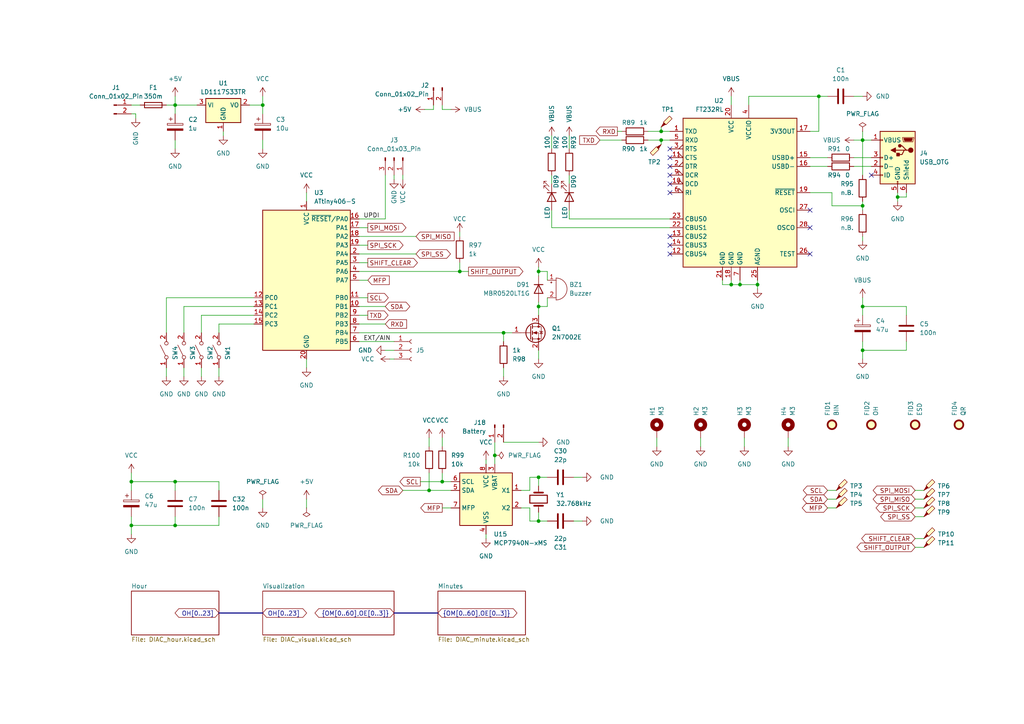
<source format=kicad_sch>
(kicad_sch (version 20230121) (generator eeschema)
  (paper "A4")
  (title_block (title "${acronym} - ${title}") (date "${date}") (rev "${revision}") (company "${company}") (comment 1 "${creator}") (comment 2 "${license}"))
  (junction (at 76.2 30.48))
  (junction (at 156.21 138.43))
  (junction (at 250.19 101.6))
  (junction (at 156.21 88.9))
  (junction (at 250.19 40.64))
  (junction (at 250.19 59.69))
  (junction (at 260.35 57.15))
  (junction (at 156.21 151.13))
  (junction (at 124.46 142.24))
  (junction (at 50.8 30.48))
  (junction (at 191.77 38.1))
  (junction (at 156.21 78.74))
  (junction (at 250.19 88.9))
  (junction (at 143.51 132.08))
  (junction (at 133.35 78.74))
  (junction (at 191.77 40.64))
  (junction (at 50.8 139.7))
  (junction (at 237.49 27.94))
  (junction (at 146.05 96.52))
  (junction (at 128.27 139.7))
  (junction (at 50.8 152.4))
  (junction (at 219.71 82.55))
  (junction (at 38.1 139.7))
  (junction (at 38.1 152.4))
  (junction (at 214.63 82.55))
  (junction (at 212.09 82.55))
  (no_connect (at 194.31 71.12))
  (no_connect (at 194.31 68.58))
  (no_connect (at 234.95 66.04))
  (no_connect (at 194.31 53.34))
  (no_connect (at 194.31 55.88))
  (no_connect (at 194.31 43.18))
  (no_connect (at 194.31 48.26))
  (no_connect (at 194.31 45.72))
  (no_connect (at 234.95 73.66))
  (no_connect (at 234.95 60.96))
  (no_connect (at 194.31 73.66))
  (no_connect (at 252.73 50.8))
  (no_connect (at 194.31 50.8))
  (wire (pts (xy 63.5 106.68) (xy 63.5 109.22)))
  (wire (pts (xy 133.35 78.74) (xy 135.89 78.74)))
  (wire (pts (xy 124.46 127) (xy 124.46 129.54)))
  (wire (pts (xy 156.21 77.47) (xy 156.21 78.74)))
  (wire (pts (xy 209.55 82.55) (xy 212.09 82.55)))
  (wire (pts (xy 240.03 142.24) (xy 242.57 142.24)))
  (wire (pts (xy 38.1 30.48) (xy 40.64 30.48)))
  (wire (pts (xy 128.27 127) (xy 128.27 129.54)))
  (wire (pts (xy 234.95 38.1) (xy 237.49 38.1)))
  (wire (pts (xy 146.05 128.27) (xy 156.21 128.27)))
  (wire (pts (xy 265.43 142.24) (xy 267.97 142.24)))
  (bus (pts (xy 114.3 177.8) (xy 127 177.8)))
  (wire (pts (xy 237.49 27.94) (xy 217.17 27.94)))
  (wire (pts (xy 250.19 101.6) (xy 250.19 99.06)))
  (wire (pts (xy 187.96 40.64) (xy 191.77 40.64)))
  (wire (pts (xy 38.1 137.16) (xy 38.1 139.7)))
  (wire (pts (xy 165.1 53.34) (xy 165.1 50.8)))
  (wire (pts (xy 38.1 149.86) (xy 38.1 152.4)))
  (wire (pts (xy 125.73 30.48) (xy 125.73 31.75)))
  (wire (pts (xy 250.19 40.64) (xy 252.73 40.64)))
  (wire (pts (xy 128.27 30.48) (xy 128.27 31.75)))
  (wire (pts (xy 104.14 93.98) (xy 111.76 93.98)))
  (wire (pts (xy 247.65 45.72) (xy 252.73 45.72)))
  (wire (pts (xy 53.34 106.68) (xy 53.34 109.22)))
  (wire (pts (xy 250.19 86.36) (xy 250.19 88.9)))
  (wire (pts (xy 151.13 147.32) (xy 153.67 147.32)))
  (wire (pts (xy 88.9 55.88) (xy 88.9 58.42)))
  (wire (pts (xy 212.09 27.94) (xy 212.09 30.48)))
  (wire (pts (xy 50.8 30.48) (xy 57.15 30.48)))
  (wire (pts (xy 191.77 38.1) (xy 194.31 38.1)))
  (wire (pts (xy 156.21 138.43) (xy 158.75 138.43)))
  (wire (pts (xy 165.1 43.18) (xy 165.1 39.37)))
  (wire (pts (xy 234.95 55.88) (xy 241.3 55.88)))
  (wire (pts (xy 212.09 82.55) (xy 214.63 82.55)))
  (wire (pts (xy 240.03 27.94) (xy 237.49 27.94)))
  (wire (pts (xy 73.66 91.44) (xy 58.42 91.44)))
  (wire (pts (xy 260.35 55.88) (xy 260.35 57.15)))
  (wire (pts (xy 250.19 88.9) (xy 250.19 91.44)))
  (wire (pts (xy 111.76 50.8) (xy 111.76 63.5)))
  (wire (pts (xy 76.2 144.78) (xy 76.2 147.32)))
  (wire (pts (xy 179.07 38.1) (xy 180.34 38.1)))
  (wire (pts (xy 203.2 127) (xy 203.2 129.54)))
  (wire (pts (xy 38.1 152.4) (xy 50.8 152.4)))
  (wire (pts (xy 104.14 73.66) (xy 120.65 73.66)))
  (wire (pts (xy 140.97 133.35) (xy 140.97 134.62)))
  (wire (pts (xy 158.75 78.74) (xy 156.21 78.74)))
  (wire (pts (xy 128.27 139.7) (xy 130.81 139.7)))
  (wire (pts (xy 123.19 31.75) (xy 125.73 31.75)))
  (wire (pts (xy 76.2 27.94) (xy 76.2 30.48)))
  (wire (pts (xy 116.84 142.24) (xy 124.46 142.24)))
  (wire (pts (xy 73.66 86.36) (xy 48.26 86.36)))
  (wire (pts (xy 88.9 144.78) (xy 88.9 147.32)))
  (wire (pts (xy 250.19 101.6) (xy 250.19 104.14)))
  (wire (pts (xy 111.76 101.6) (xy 114.3 101.6)))
  (wire (pts (xy 116.84 50.8) (xy 116.84 52.07)))
  (wire (pts (xy 156.21 88.9) (xy 156.21 91.44)))
  (wire (pts (xy 265.43 158.75) (xy 267.97 158.75)))
  (wire (pts (xy 250.19 38.1) (xy 250.19 40.64)))
  (wire (pts (xy 234.95 48.26) (xy 240.03 48.26)))
  (wire (pts (xy 214.63 82.55) (xy 219.71 82.55)))
  (wire (pts (xy 219.71 82.55) (xy 219.71 83.82)))
  (wire (pts (xy 114.3 50.8) (xy 114.3 52.07)))
  (wire (pts (xy 58.42 106.68) (xy 58.42 109.22)))
  (wire (pts (xy 64.77 38.1) (xy 64.77 39.37)))
  (wire (pts (xy 156.21 78.74) (xy 156.21 80.01)))
  (wire (pts (xy 241.3 55.88) (xy 241.3 59.69)))
  (wire (pts (xy 250.19 27.94) (xy 247.65 27.94)))
  (wire (pts (xy 104.14 91.44) (xy 106.68 91.44)))
  (wire (pts (xy 39.37 34.29) (xy 39.37 33.02)))
  (wire (pts (xy 237.49 38.1) (xy 237.49 27.94)))
  (wire (pts (xy 209.55 81.28) (xy 209.55 82.55)))
  (wire (pts (xy 190.5 127) (xy 190.5 129.54)))
  (wire (pts (xy 104.14 71.12) (xy 106.68 71.12)))
  (wire (pts (xy 76.2 40.64) (xy 76.2 43.18)))
  (wire (pts (xy 73.66 88.9) (xy 53.34 88.9)))
  (wire (pts (xy 143.51 132.08) (xy 143.51 134.62)))
  (wire (pts (xy 191.77 40.64) (xy 194.31 40.64)))
  (wire (pts (xy 38.1 139.7) (xy 50.8 139.7)))
  (wire (pts (xy 262.89 88.9) (xy 250.19 88.9)))
  (wire (pts (xy 104.14 99.06) (xy 114.3 99.06)))
  (wire (pts (xy 247.65 48.26) (xy 252.73 48.26)))
  (wire (pts (xy 247.65 40.64) (xy 250.19 40.64)))
  (wire (pts (xy 250.19 68.58) (xy 250.19 69.85)))
  (wire (pts (xy 156.21 151.13) (xy 158.75 151.13)))
  (wire (pts (xy 38.1 142.24) (xy 38.1 139.7)))
  (wire (pts (xy 63.5 93.98) (xy 73.66 93.98)))
  (wire (pts (xy 104.14 81.28) (xy 106.68 81.28)))
  (wire (pts (xy 265.43 144.78) (xy 267.97 144.78)))
  (wire (pts (xy 146.05 96.52) (xy 146.05 99.06)))
  (wire (pts (xy 160.02 66.04) (xy 160.02 60.96)))
  (wire (pts (xy 160.02 43.18) (xy 160.02 39.37)))
  (wire (pts (xy 50.8 27.94) (xy 50.8 30.48)))
  (wire (pts (xy 72.39 30.48) (xy 76.2 30.48)))
  (wire (pts (xy 194.31 66.04) (xy 160.02 66.04)))
  (wire (pts (xy 228.6 127) (xy 228.6 129.54)))
  (wire (pts (xy 156.21 138.43) (xy 156.21 140.97)))
  (wire (pts (xy 113.03 104.14) (xy 114.3 104.14)))
  (wire (pts (xy 48.26 86.36) (xy 48.26 96.52)))
  (wire (pts (xy 104.14 63.5) (xy 111.76 63.5)))
  (wire (pts (xy 260.35 57.15) (xy 262.89 57.15)))
  (wire (pts (xy 153.67 138.43) (xy 153.67 142.24)))
  (wire (pts (xy 146.05 96.52) (xy 148.59 96.52)))
  (wire (pts (xy 158.75 78.74) (xy 158.75 81.28)))
  (wire (pts (xy 265.43 149.86) (xy 267.97 149.86)))
  (wire (pts (xy 50.8 40.64) (xy 50.8 43.18)))
  (wire (pts (xy 50.8 149.86) (xy 50.8 152.4)))
  (wire (pts (xy 63.5 149.86) (xy 63.5 152.4)))
  (wire (pts (xy 265.43 156.21) (xy 267.97 156.21)))
  (wire (pts (xy 214.63 81.28) (xy 214.63 82.55)))
  (wire (pts (xy 240.03 147.32) (xy 242.57 147.32)))
  (wire (pts (xy 128.27 147.32) (xy 130.81 147.32)))
  (wire (pts (xy 260.35 57.15) (xy 260.35 58.42)))
  (wire (pts (xy 58.42 91.44) (xy 58.42 96.52)))
  (wire (pts (xy 130.81 31.75) (xy 128.27 31.75)))
  (wire (pts (xy 166.37 151.13) (xy 168.91 151.13)))
  (wire (pts (xy 187.96 38.1) (xy 191.77 38.1)))
  (wire (pts (xy 50.8 139.7) (xy 63.5 139.7)))
  (wire (pts (xy 38.1 152.4) (xy 38.1 154.94)))
  (wire (pts (xy 104.14 88.9) (xy 111.76 88.9)))
  (wire (pts (xy 250.19 59.69) (xy 250.19 60.96)))
  (wire (pts (xy 104.14 66.04) (xy 106.68 66.04)))
  (wire (pts (xy 63.5 96.52) (xy 63.5 93.98)))
  (wire (pts (xy 156.21 148.59) (xy 156.21 151.13)))
  (wire (pts (xy 50.8 139.7) (xy 50.8 142.24)))
  (wire (pts (xy 133.35 68.58) (xy 133.35 67.31)))
  (wire (pts (xy 219.71 81.28) (xy 219.71 82.55)))
  (wire (pts (xy 173.99 40.64) (xy 180.34 40.64)))
  (wire (pts (xy 165.1 60.96) (xy 165.1 63.5)))
  (wire (pts (xy 53.34 88.9) (xy 53.34 96.52)))
  (wire (pts (xy 76.2 30.48) (xy 76.2 33.02)))
  (wire (pts (xy 166.37 138.43) (xy 168.91 138.43)))
  (wire (pts (xy 153.67 147.32) (xy 153.67 151.13)))
  (wire (pts (xy 215.9 127) (xy 215.9 129.54)))
  (wire (pts (xy 217.17 27.94) (xy 217.17 30.48)))
  (wire (pts (xy 160.02 53.34) (xy 160.02 50.8)))
  (wire (pts (xy 128.27 137.16) (xy 128.27 139.7)))
  (wire (pts (xy 262.89 91.44) (xy 262.89 88.9)))
  (wire (pts (xy 88.9 104.14) (xy 88.9 106.68)))
  (wire (pts (xy 265.43 147.32) (xy 267.97 147.32)))
  (wire (pts (xy 153.67 138.43) (xy 156.21 138.43)))
  (wire (pts (xy 48.26 30.48) (xy 50.8 30.48)))
  (wire (pts (xy 156.21 101.6) (xy 156.21 104.14)))
  (wire (pts (xy 104.14 96.52) (xy 146.05 96.52)))
  (wire (pts (xy 124.46 137.16) (xy 124.46 142.24)))
  (wire (pts (xy 212.09 81.28) (xy 212.09 82.55)))
  (wire (pts (xy 234.95 45.72) (xy 240.03 45.72)))
  (wire (pts (xy 143.51 128.27) (xy 143.51 132.08)))
  (wire (pts (xy 124.46 142.24) (xy 130.81 142.24)))
  (wire (pts (xy 240.03 144.78) (xy 242.57 144.78)))
  (wire (pts (xy 133.35 76.2) (xy 133.35 78.74)))
  (wire (pts (xy 104.14 78.74) (xy 133.35 78.74)))
  (wire (pts (xy 194.31 63.5) (xy 165.1 63.5)))
  (wire (pts (xy 250.19 58.42) (xy 250.19 59.69)))
  (wire (pts (xy 63.5 139.7) (xy 63.5 142.24)))
  (wire (pts (xy 262.89 99.06) (xy 262.89 101.6)))
  (wire (pts (xy 156.21 88.9) (xy 156.21 87.63)))
  (wire (pts (xy 48.26 106.68) (xy 48.26 109.22)))
  (wire (pts (xy 191.77 41.91) (xy 191.77 40.64)))
  (wire (pts (xy 39.37 33.02) (xy 38.1 33.02)))
  (wire (pts (xy 140.97 154.94) (xy 140.97 156.21)))
  (wire (pts (xy 158.75 86.36) (xy 158.75 88.9)))
  (wire (pts (xy 262.89 101.6) (xy 250.19 101.6)))
  (wire (pts (xy 250.19 40.64) (xy 250.19 50.8)))
  (wire (pts (xy 158.75 88.9) (xy 156.21 88.9)))
  (wire (pts (xy 153.67 151.13) (xy 156.21 151.13)))
  (wire (pts (xy 104.14 76.2) (xy 106.68 76.2)))
  (wire (pts (xy 104.14 86.36) (xy 106.68 86.36)))
  (wire (pts (xy 191.77 36.83) (xy 191.77 38.1)))
  (wire (pts (xy 50.8 30.48) (xy 50.8 33.02)))
  (wire (pts (xy 241.3 59.69) (xy 250.19 59.69)))
  (wire (pts (xy 50.8 152.4) (xy 63.5 152.4)))
  (wire (pts (xy 151.13 142.24) (xy 153.67 142.24)))
  (wire (pts (xy 146.05 106.68) (xy 146.05 109.22)))
  (wire (pts (xy 262.89 55.88) (xy 262.89 57.15)))
  (wire (pts (xy 104.14 68.58) (xy 120.65 68.58)))
  (bus (pts (xy 63.5 177.8) (xy 76.2 177.8)))
  (wire (pts (xy 121.92 139.7) (xy 128.27 139.7)))
  (label "EXT{slash}AIN" (at 105.41 99.06 0))
  (label "UPDI" (at 105.41 63.5 0))
  (global_label "SPI_MOSI" (shape bidirectional) (at 265.43 142.24 180) (property "Intersheetrefs" "${INTERSHEET_REFS}" (effects hide)))
  (global_label "TXD" (shape input) (at 173.99 40.64 180) (property "Intersheetrefs" "${INTERSHEET_REFS}" (effects hide)))
  (global_label "TXD" (shape output) (at 106.68 91.44 0) (property "Intersheetrefs" "${INTERSHEET_REFS}" (effects hide)))
  (global_label "SDA" (shape bidirectional) (at 111.76 88.9 0) (property "Intersheetrefs" "${INTERSHEET_REFS}" (effects hide)))
  (global_label "OH[0..23]" (shape bidirectional) (at 76.2 177.8 0) (property "Intersheetrefs" "${INTERSHEET_REFS}" (effects hide)))
  (global_label "SPI_SCK" (shape bidirectional) (at 265.43 147.32 180) (property "Intersheetrefs" "${INTERSHEET_REFS}" (effects hide)))
  (global_label "SPI_SCK" (shape output) (at 106.68 71.12 0) (property "Intersheetrefs" "${INTERSHEET_REFS}" (effects hide)))
  (global_label "RXD" (shape output) (at 179.07 38.1 180) (property "Intersheetrefs" "${INTERSHEET_REFS}" (effects hide)))
  (global_label "{OM[0..60],OE[0..3]}" (shape bidirectional) (at 127 177.8 0) (property "Intersheetrefs" "${INTERSHEET_REFS}" (effects hide)))
  (global_label "MFP" (shape input) (at 106.68 81.28 0) (property "Intersheetrefs" "${INTERSHEET_REFS}" (effects hide)))
  (global_label "SPI_MISO" (shape bidirectional) (at 265.43 144.78 180) (property "Intersheetrefs" "${INTERSHEET_REFS}" (effects hide)))
  (global_label "{OM[0..60],OE[0..3]}" (shape bidirectional) (at 114.3 177.8 180) (property "Intersheetrefs" "${INTERSHEET_REFS}" (effects hide)))
  (global_label "SCL" (shape output) (at 106.68 86.36 0) (property "Intersheetrefs" "${INTERSHEET_REFS}" (effects hide)))
  (global_label "MFP" (shape bidirectional) (at 240.03 147.32 180) (property "Intersheetrefs" "${INTERSHEET_REFS}" (effects hide)))
  (global_label "SDA" (shape bidirectional) (at 240.03 144.78 180) (property "Intersheetrefs" "${INTERSHEET_REFS}" (effects hide)))
  (global_label "SHIFT_OUTPUT" (shape output) (at 135.89 78.74 0) (property "Intersheetrefs" "${INTERSHEET_REFS}" (effects hide)))
  (global_label "SHIFT_CLEAR" (shape output) (at 106.68 76.2 0) (property "Intersheetrefs" "${INTERSHEET_REFS}" (effects hide)))
  (global_label "RXD" (shape input) (at 111.76 93.98 0) (property "Intersheetrefs" "${INTERSHEET_REFS}" (effects hide)))
  (global_label "OH[0..23]" (shape bidirectional) (at 63.5 177.8 180) (property "Intersheetrefs" "${INTERSHEET_REFS}" (effects hide)))
  (global_label "SCL" (shape output) (at 121.92 139.7 180) (property "Intersheetrefs" "${INTERSHEET_REFS}" (effects hide)))
  (global_label "SDA" (shape bidirectional) (at 116.84 142.24 180) (property "Intersheetrefs" "${INTERSHEET_REFS}" (effects hide)))
  (global_label "SCL" (shape bidirectional) (at 240.03 142.24 180) (property "Intersheetrefs" "${INTERSHEET_REFS}" (effects hide)))
  (global_label "SPI_SS" (shape bidirectional) (at 120.65 73.66 0) (property "Intersheetrefs" "${INTERSHEET_REFS}" (effects hide)))
  (global_label "SHIFT_OUTPUT" (shape bidirectional) (at 265.43 158.75 180) (property "Intersheetrefs" "${INTERSHEET_REFS}" (effects hide)))
  (global_label "SHIFT_CLEAR" (shape bidirectional) (at 265.43 156.21 180) (property "Intersheetrefs" "${INTERSHEET_REFS}" (effects hide)))
  (global_label "MFP" (shape output) (at 128.27 147.32 180) (property "Intersheetrefs" "${INTERSHEET_REFS}" (effects hide)))
  (global_label "SPI_MISO" (shape input) (at 120.65 68.58 0) (property "Intersheetrefs" "${INTERSHEET_REFS}" (effects hide)))
  (global_label "SPI_SS" (shape bidirectional) (at 265.43 149.86 180) (property "Intersheetrefs" "${INTERSHEET_REFS}" (effects hide)))
  (global_label "SPI_MOSI" (shape output) (at 106.68 66.04 0) (property "Intersheetrefs" "${INTERSHEET_REFS}" (effects hide)))
  (symbol (lib_id "power:VCC") (at 116.84 52.07 180) (unit 1)
    (property "Reference" "#PWR0103" (effects hide))
    (property "Value" "VCC" (at 116.84 57.15 90))
  )
  (symbol (lib_id "Device:C_Polarized") (at 250.19 95.25 0) (unit 1)
    (property "Reference" "C4" (at 254 93.091 0) (effects (justify left)))
    (property "Value" "47u" (at 254 95.631 0) (effects (justify left)))
    (property "Footprint" "Capacitor_Tantalum_SMD:CP_EIA-6032-15_Kemet-U" (effects hide))
    (property "Vendor" "HTL" (effects hide))
    (property "VendorId" "102856" (effects hide))
  )
  (symbol (lib_id "Device:C") (at 63.5 146.05 0) (mirror y) (unit 1)
    (property "Reference" "C32" (at 67.31 144.78 0) (effects (justify right)))
    (property "Value" "100n" (at 67.31 147.32 0) (effects (justify right)))
    (property "Footprint" "Capacitor_SMD:C_0603_1608Metric" (effects hide))
    (property "Vendor" "HTL" (effects hide))
    (property "VendorId" "103250" (effects hide))
  )
  (symbol (lib_id "Connector:USB_OTG") (at 260.35 45.72 0) (mirror y) (unit 1)
    (property "Reference" "J4" (at 266.7 44.45 0) (effects (justify right)))
    (property "Value" "USB_OTG" (at 266.7 46.99 0) (effects (justify right)))
    (property "Footprint" "Connector_USB:USB_Mini-B_Tensility_54-00023_Vertical" (effects hide))
    (property "Datasheet" " ~" (effects hide))
    (property "Vendor" "DigiKey" (effects hide))
    (property "VendorId" "54-00023-ND" (effects hide))
  )
  (symbol (lib_id "power:GND") (at 76.2 147.32 0) (unit 1)
    (property "Reference" "#PWR0125" (effects hide))
    (property "Value" "GND" (at 76.2 152.4 0))
  )
  (symbol (lib_id "power:PWR_FLAG") (at 76.2 144.78 0) (unit 1)
    (property "Reference" "#FLG02" (effects hide))
    (property "Value" "PWR_FLAG" (at 76.2 139.7 0))
  )
  (symbol (lib_id "Device:Buzzer") (at 161.29 83.82 0) (unit 1)
    (property "Reference" "BZ1" (at 165.1 82.55 0) (effects (justify left)))
    (property "Value" "Buzzer" (at 165.1 85.09 0) (effects (justify left)))
    (property "Footprint" "Buzzer_Beeper:MagneticBuzzer_ProSignal_ABT-410-RC" (effects hide))
    (property "Vendor" "DigiKey" (effects hide))
    (property "VendorId" "668-1468-ND" (effects hide))
  )
  (symbol (lib_id "Connector:TestPoint_Probe") (at 191.77 36.83 0) (unit 1)
    (property "Reference" "TP1" (at 195.58 31.75 0) (effects (justify right)))
    (property "Value" "TestPoint_Probe" (effects hide))
    (property "Footprint" "TestPoint:TestPoint_Pad_D1.0mm" (effects hide))
  )
  (symbol (lib_id "power:GND") (at 111.76 101.6 270) (unit 1)
    (property "Reference" "#PWR0111" (effects hide))
    (property "Value" "GND" (at 107.95 101.6 90) (effects (justify right)))
  )
  (symbol (lib_id "Device:C") (at 243.84 27.94 90) (mirror x) (unit 1)
    (property "Reference" "C1" (at 243.84 20.32 90))
    (property "Value" "100n" (at 243.84 22.86 90))
    (property "Footprint" "Capacitor_SMD:C_0603_1608Metric" (effects hide))
    (property "Vendor" "HTL" (effects hide))
    (property "VendorId" "103250" (effects hide))
  )
  (symbol (lib_id "Mechanical:Fiducial") (at 278.13 123.19 0) (unit 1)
    (property "Reference" "FID4" (at 276.86 120.65 90) (effects (justify left)))
    (property "Value" "QR" (at 279.4 120.65 90) (effects (justify left)))
    (property "Footprint" "Images:QR_0x007e" (effects hide))
  )
  (symbol (lib_id "MCU_Microchip_ATtiny:ATtiny406-S") (at 88.9 81.28 0) (unit 1)
    (property "Reference" "U3" (at 91.0941 55.88 0) (effects (justify left)))
    (property "Value" "ATtiny406-S" (at 91.0941 58.42 0) (effects (justify left)))
    (property "Footprint" "Package_SO:SOIC-20W_7.5x12.8mm_P1.27mm" (effects hide))
    (property "Datasheet" "http://ww1.microchip.com/downloads/en/DeviceDoc/Microchip%208bit%20mcu%20AVR%20ATtiny406%20data%20sheet%2040001976A.pdf" (effects hide))
    (property "Vendor" "DigiKey" (effects hide))
    (property "VendorId" "ATTINY1606-SN-ND" (effects hide))
  )
  (symbol (lib_id "power:GND") (at 168.91 138.43 90) (unit 1)
    (property "Reference" "#PWR0161" (effects hide))
    (property "Value" "GND" (at 173.99 138.43 90) (effects (justify right)))
  )
  (symbol (lib_id "power:GND") (at 38.1 154.94 0) (unit 1)
    (property "Reference" "#PWR0126" (effects hide))
    (property "Value" "GND" (at 38.1 160.02 0))
  )
  (symbol (lib_id "Connector:TestPoint_Probe") (at 267.97 144.78 0) (unit 1)
    (property "Reference" "TP7" (at 275.59 143.51 0) (effects (justify right)))
    (property "Value" "TestPoint_Probe" (effects hide))
    (property "Footprint" "TestPoint:TestPoint_Pad_D1.0mm" (effects hide))
  )
  (symbol (lib_id "Connector:TestPoint_Probe") (at 267.97 142.24 0) (unit 1)
    (property "Reference" "TP6" (at 275.59 140.97 0) (effects (justify right)))
    (property "Value" "TestPoint_Probe" (effects hide))
    (property "Footprint" "TestPoint:TestPoint_Pad_D1.0mm" (effects hide))
  )
  (symbol (lib_id "power:VBUS") (at 130.81 31.75 270) (unit 1)
    (property "Reference" "#PWR094" (effects hide))
    (property "Value" "VBUS" (at 134.62 31.75 90) (effects (justify left)))
  )
  (symbol (lib_id "power:GND") (at 64.77 39.37 0) (unit 1)
    (property "Reference" "#PWR096" (effects hide))
    (property "Value" "GND" (at 64.77 44.45 0))
  )
  (symbol (lib_id "power:GND") (at 88.9 106.68 0) (unit 1)
    (property "Reference" "#PWR0114" (effects hide))
    (property "Value" "GND" (at 88.9 111.76 0))
  )
  (symbol (lib_id "power:GND") (at 190.5 129.54 0) (unit 1)
    (property "Reference" "#PWR0121" (effects hide))
    (property "Value" "GND" (at 190.5 134.62 0))
  )
  (symbol (lib_id "Switch:SW_SPST") (at 48.26 101.6 90) (unit 1)
    (property "Reference" "SW4" (at 50.8 100.33 0) (effects (justify right)))
    (property "Value" "SW_SPST" (effects hide))
    (property "Footprint" "Button_Switch_SMD:SW_SPST_PTS645" (effects hide))
    (property "Vendor" "DigiKey" (effects hide))
    (property "VendorId" "PTS647SM70SMTR2LFSCT-ND" (effects hide))
  )
  (symbol (lib_id "Device:R") (at 250.19 64.77 0) (mirror x) (unit 1)
    (property "Reference" "R96" (at 247.65 63.5 0) (effects (justify right)))
    (property "Value" "n.B." (at 247.65 66.04 0) (effects (justify right)))
    (property "Footprint" "Resistor_SMD:R_0603_1608Metric" (effects hide))
  )
  (symbol (lib_id "Interface_USB:FT232RL") (at 214.63 55.88 0) (mirror y) (unit 1)
    (property "Reference" "U2" (at 209.8959 29.21 0) (effects (justify left)))
    (property "Value" "FT232RL" (at 209.8959 31.75 0) (effects (justify left)))
    (property "Footprint" "Package_SO:SSOP-28_5.3x10.2mm_P0.65mm" (effects hide))
    (property "Datasheet" "https://www.ftdichip.com/Support/Documents/DataSheets/ICs/DS_FT232R.pdf" (effects hide))
    (property "Vendor" "RS" (effects hide))
    (property "VendorId" "406-580" (effects hide))
  )
  (symbol (lib_id "Transistor_FET:2N7002E") (at 153.67 96.52 0) (unit 1)
    (property "Reference" "Q1" (at 160.02 95.25 0) (effects (justify left)))
    (property "Value" "2N7002E" (at 160.02 97.79 0) (effects (justify left)))
    (property "Footprint" "Package_TO_SOT_SMD:SOT-23" (effects hide))
    (property "Datasheet" "http://www.diodes.com/assets/Datasheets/ds30376.pdf" (effects hide))
    (property "Vendor" "DigiKey" (effects hide))
    (property "VendorId" "4530-2N7002ECT-ND" (effects hide))
  )
  (symbol (lib_id "power:VBUS") (at 160.02 39.37 0) (unit 1)
    (property "Reference" "#PWR097" (effects hide))
    (property "Value" "VBUS" (at 160.02 33.02 90))
  )
  (symbol (lib_id "power:PWR_FLAG") (at 88.9 147.32 180) (unit 1)
    (property "Reference" "#FLG03" (effects hide))
    (property "Value" "PWR_FLAG" (at 88.9 152.4 0))
  )
  (symbol (lib_id "Connector:TestPoint_Probe") (at 242.57 147.32 0) (unit 1)
    (property "Reference" "TP5" (at 250.19 146.05 0) (effects (justify right)))
    (property "Value" "TestPoint_Probe" (effects hide))
    (property "Footprint" "TestPoint:TestPoint_Pad_D1.0mm" (effects hide))
  )
  (symbol (lib_id "power:VBUS") (at 247.65 40.64 90) (unit 1)
    (property "Reference" "#PWR099" (effects hide))
    (property "Value" "VBUS" (at 243.84 40.64 90) (effects (justify left)))
  )
  (symbol (lib_id "Device:C_Polarized") (at 50.8 36.83 0) (unit 1)
    (property "Reference" "C2" (at 54.61 34.671 0) (effects (justify left)))
    (property "Value" "1u" (at 54.61 37.211 0) (effects (justify left)))
    (property "Footprint" "Capacitor_Tantalum_SMD:CP_EIA-3528-21_Kemet-B" (effects hide))
    (property "Vendor" "HTL" (effects hide))
    (property "VendorId" "100139" (effects hide))
  )
  (symbol (lib_id "power:GND") (at 50.8 43.18 0) (unit 1)
    (property "Reference" "#PWR0100" (effects hide))
    (property "Value" "GND" (at 50.8 48.26 0))
  )
  (symbol (lib_id "power:VBUS") (at 212.09 27.94 0) (unit 1)
    (property "Reference" "#PWR091" (effects hide))
    (property "Value" "VBUS" (at 212.09 22.86 0))
  )
  (symbol (lib_id "Connector:Conn_01x03_Pin") (at 114.3 45.72 270) (unit 1)
    (property "Reference" "J3" (at 114.3 40.64 90))
    (property "Value" "Conn_01x03_Pin" (at 114.3 43.18 90))
    (property "Footprint" "Connector_PinHeader_2.54mm:PinHeader_1x03_P2.54mm_Vertical" (effects hide))
    (property "Vendor" "HTL" (effects hide))
    (property "VendorId" "101521" (effects hide))
  )
  (symbol (lib_id "Connector:TestPoint_Probe") (at 242.57 144.78 0) (unit 1)
    (property "Reference" "TP4" (at 250.19 143.51 0) (effects (justify right)))
    (property "Value" "TestPoint_Probe" (effects hide))
    (property "Footprint" "TestPoint:TestPoint_Pad_D1.0mm" (effects hide))
  )
  (symbol (lib_id "power:PWR_FLAG") (at 143.51 132.08 270) (unit 1)
    (property "Reference" "#FLG04" (effects hide))
    (property "Value" "PWR_FLAG" (at 147.32 132.08 90) (effects (justify left)))
  )
  (symbol (lib_id "power:VCC") (at 76.2 27.94 0) (unit 1)
    (property "Reference" "#PWR090" (effects hide))
    (property "Value" "VCC" (at 76.2 22.86 0))
  )
  (symbol (lib_id "power:GND") (at 250.19 104.14 0) (unit 1)
    (property "Reference" "#PWR0113" (effects hide))
    (property "Value" "GND" (at 250.19 109.22 0))
  )
  (symbol (lib_id "Device:Fuse") (at 44.45 30.48 90) (unit 1)
    (property "Reference" "F1" (at 44.45 25.4 90))
    (property "Value" "350m" (at 44.45 27.94 90))
    (property "Footprint" "Fuse:Fuse_1206_3216Metric_Pad1.42x1.75mm_HandSolder" (effects hide))
    (property "Vendor" "DigiKey" (effects hide))
    (property "VendorId" "507-1803-1-ND" (effects hide))
  )
  (symbol (lib_id "power:GND") (at 48.26 109.22 0) (unit 1)
    (property "Reference" "#PWR0116" (effects hide))
    (property "Value" "GND" (at 48.26 114.3 0))
  )
  (symbol (lib_id "Connector:Conn_01x02_Pin") (at 33.02 30.48 0) (unit 1)
    (property "Reference" "J1" (at 33.655 25.4 0))
    (property "Value" "Conn_01x02_Pin" (at 33.655 27.94 0))
    (property "Footprint" "Connector_PinHeader_2.54mm:PinHeader_1x02_P2.54mm_Vertical" (effects hide))
    (property "Vendor" "HTL" (effects hide))
    (property "VendorId" "101521" (effects hide))
  )
  (symbol (lib_id "Device:R") (at 160.02 46.99 180) (unit 1)
    (property "Reference" "R92" (at 161.29 39.37 90) (effects (justify left)))
    (property "Value" "100" (at 158.75 39.37 90) (effects (justify left)))
    (property "Footprint" "Resistor_SMD:R_0603_1608Metric" (effects hide))
    (property "Vendor" "HTL" (effects hide))
    (property "VendorId" "103164" (effects hide))
  )
  (symbol (lib_id "Connector:TestPoint_Probe") (at 242.57 142.24 0) (unit 1)
    (property "Reference" "TP3" (at 250.19 140.97 0) (effects (justify right)))
    (property "Value" "TestPoint_Probe" (effects hide))
    (property "Footprint" "TestPoint:TestPoint_Pad_D1.0mm" (effects hide))
  )
  (symbol (lib_id "power:+5V") (at 123.19 31.75 90) (unit 1)
    (property "Reference" "#PWR093" (effects hide))
    (property "Value" "+5V" (at 119.38 31.75 90) (effects (justify left)))
  )
  (symbol (lib_id "power:GND") (at 140.97 156.21 0) (unit 1)
    (property "Reference" "#PWR0163" (effects hide))
    (property "Value" "GND" (at 140.97 161.29 0))
  )
  (symbol (lib_id "Device:C") (at 262.89 95.25 0) (mirror y) (unit 1)
    (property "Reference" "C5" (at 266.7 93.98 0) (effects (justify right)))
    (property "Value" "100n" (at 266.7 96.52 0) (effects (justify right)))
    (property "Footprint" "Capacitor_SMD:C_1206_3216Metric" (effects hide))
    (property "Vendor" "HTL" (effects hide))
    (property "VendorId" "100128" (effects hide))
  )
  (symbol (lib_id "power:VBUS") (at 165.1 39.37 0) (unit 1)
    (property "Reference" "#PWR098" (effects hide))
    (property "Value" "VBUS" (at 165.1 33.02 90))
  )
  (symbol (lib_id "Device:R") (at 165.1 46.99 180) (unit 1)
    (property "Reference" "R93" (at 166.37 39.37 90) (effects (justify left)))
    (property "Value" "100" (at 163.83 39.37 90) (effects (justify left)))
    (property "Footprint" "Resistor_SMD:R_0603_1608Metric" (effects hide))
    (property "Vendor" "HTL" (effects hide))
    (property "VendorId" "103164" (effects hide))
  )
  (symbol (lib_id "power:GND") (at 168.91 151.13 90) (unit 1)
    (property "Reference" "#PWR0162" (effects hide))
    (property "Value" "GND" (at 173.99 151.13 90) (effects (justify right)))
  )
  (symbol (lib_id "Device:R") (at 128.27 133.35 180) (unit 1)
    (property "Reference" "R99" (at 130.81 132.08 0) (effects (justify right)))
    (property "Value" "10k" (at 130.81 134.62 0) (effects (justify right)))
    (property "Footprint" "Resistor_SMD:R_0603_1608Metric" (effects hide))
    (property "Vendor" "HTL" (effects hide))
    (property "VendorId" "103202" (effects hide))
  )
  (symbol (lib_id "Mechanical:MountingHole_Pad") (at 203.2 124.46 0) (unit 1)
    (property "Reference" "H2" (at 201.93 120.65 90) (effects (justify left)))
    (property "Value" "M3" (at 204.47 120.65 90) (effects (justify left)))
    (property "Footprint" "MountingHole:MountingHole_3.2mm_M3_DIN965_Pad" (effects hide))
    (property "Vendor" "HTL" (effects hide))
    (property "VendorId" "101034, 101382" (effects hide))
  )
  (symbol (lib_id "Device:D") (at 156.21 83.82 270) (unit 1)
    (property "Reference" "D91" (at 153.67 82.55 90) (effects (justify right)))
    (property "Value" "MBR0520LT1G" (at 153.67 85.09 90) (effects (justify right)))
    (property "Footprint" "Diode_SMD:D_SOD-123" (effects hide))
    (property "Sim.Device" "D" (effects hide))
    (property "Sim.Pins" "1=K 2=A" (effects hide))
    (property "Vendor" "DigiKey" (effects hide))
    (property "VendorId" "MBR0520LT1GOSCT-ND" (effects hide))
  )
  (symbol (lib_id "power:VCC") (at 140.97 133.35 0) (unit 1)
    (property "Reference" "#PWR0164" (effects hide))
    (property "Value" "VCC" (at 140.97 128.27 0))
  )
  (symbol (lib_id "power:VBUS") (at 250.19 86.36 0) (unit 1)
    (property "Reference" "#PWR0110" (effects hide))
    (property "Value" "VBUS" (at 250.19 81.28 0))
  )
  (symbol (lib_id "Device:C") (at 162.56 138.43 90) (mirror x) (unit 1)
    (property "Reference" "C30" (at 162.56 130.81 90))
    (property "Value" "22p" (at 162.56 133.35 90))
    (property "Footprint" "Capacitor_SMD:C_0603_1608Metric" (effects hide))
    (property "Vendor" "HTL" (effects hide))
    (property "VendorId" "103323" (effects hide))
  )
  (symbol (lib_id "Connector:Conn_01x02_Pin") (at 125.73 25.4 90) (mirror x) (unit 1)
    (property "Reference" "J2" (at 124.46 24.765 90) (effects (justify left)))
    (property "Value" "Conn_01x02_Pin" (at 124.46 27.305 90) (effects (justify left)))
    (property "Footprint" "Connector_PinHeader_2.54mm:PinHeader_1x02_P2.54mm_Vertical" (effects hide))
    (property "Vendor" "HTL" (effects hide))
    (property "VendorId" "101521" (effects hide))
  )
  (symbol (lib_id "power:GND") (at 156.21 104.14 0) (unit 1)
    (property "Reference" "#PWR0115" (effects hide))
    (property "Value" "GND" (at 156.21 109.22 0))
  )
  (symbol (lib_id "Device:Crystal") (at 156.21 144.78 90) (unit 1)
    (property "Reference" "Y1" (at 161.29 143.51 90) (effects (justify right)))
    (property "Value" "32.768kHz" (at 161.29 146.05 90) (effects (justify right)))
    (property "Footprint" "Crystal:Crystal_SMD_3215-2Pin_3.2x1.5mm" (effects hide))
    (property "Vendor" "DigiKey" (effects hide))
    (property "VendorId" "644-MU00525-32.768KCT-ND" (effects hide))
  )
  (symbol (lib_id "power:GND") (at 250.19 69.85 0) (unit 1)
    (property "Reference" "#PWR0107" (effects hide))
    (property "Value" "GND" (at 250.19 74.93 0))
  )
  (symbol (lib_id "Connector:Conn_01x03_Socket") (at 119.38 101.6 0) (unit 1)
    (property "Reference" "J5" (at 120.65 101.6 0) (effects (justify left)))
    (property "Value" "Conn_01x03_Socket" (effects hide))
    (property "Footprint" "Connector_PinSocket_2.54mm:PinSocket_1x03_P2.54mm_Vertical" (effects hide))
  )
  (symbol (lib_id "Device:R") (at 184.15 38.1 270) (mirror x) (unit 1)
    (property "Reference" "R89" (at 180.34 35.56 90) (effects (justify left)))
    (property "Value" "1k" (at 185.42 35.56 90) (effects (justify left)))
    (property "Footprint" "Resistor_SMD:R_0603_1608Metric" (effects hide))
    (property "Vendor" "HTL" (effects hide))
    (property "VendorId" "103178" (effects hide))
  )
  (symbol (lib_id "Mechanical:Fiducial") (at 241.3 123.19 0) (unit 1)
    (property "Reference" "FID1" (at 240.03 120.65 90) (effects (justify left)))
    (property "Value" "BIN" (at 242.57 120.65 90) (effects (justify left)))
    (property "Footprint" "Symbol:WEEE-Logo_4.2x6mm_SilkScreen" (effects hide))
  )
  (symbol (lib_id "Device:C_Polarized") (at 38.1 146.05 0) (unit 1)
    (property "Reference" "C6" (at 41.91 143.891 0) (effects (justify left)))
    (property "Value" "47u" (at 41.91 146.431 0) (effects (justify left)))
    (property "Footprint" "Capacitor_Tantalum_SMD:CP_EIA-6032-15_Kemet-U" (effects hide))
    (property "Vendor" "HTL" (effects hide))
    (property "VendorId" "102856" (effects hide))
  )
  (symbol (lib_id "Mechanical:Fiducial") (at 265.43 123.19 0) (unit 1)
    (property "Reference" "FID3" (at 264.16 120.65 90) (effects (justify left)))
    (property "Value" "ESD" (at 266.7 120.65 90) (effects (justify left)))
    (property "Footprint" "Symbol:ESD-Logo_6.6x6mm_SilkScreen" (effects hide))
  )
  (symbol (lib_id "Regulator_Linear:LD1117S33TR_SOT223") (at 64.77 30.48 0) (unit 1)
    (property "Reference" "U1" (at 64.77 24.13 0))
    (property "Value" "LD1117S33TR" (at 64.77 26.67 0))
    (property "Footprint" "Package_TO_SOT_SMD:TO-263-2" (effects hide))
    (property "Datasheet" "http://www.st.com/st-web-ui/static/active/en/resource/technical/document/datasheet/CD00000544.pdf" (effects hide))
    (property "Vendor" "DigiKey" (effects hide))
    (property "VendorId" "497-3455-1-ND" (effects hide))
  )
  (symbol (lib_id "Device:C") (at 50.8 146.05 0) (mirror y) (unit 1)
    (property "Reference" "C7" (at 54.61 144.78 0) (effects (justify right)))
    (property "Value" "100n" (at 54.61 147.32 0) (effects (justify right)))
    (property "Footprint" "Capacitor_SMD:C_1206_3216Metric" (effects hide))
    (property "Vendor" "HTL" (effects hide))
    (property "VendorId" "100128" (effects hide))
  )
  (symbol (lib_id "Mechanical:MountingHole_Pad") (at 190.5 124.46 0) (unit 1)
    (property "Reference" "H1" (at 189.23 120.65 90) (effects (justify left)))
    (property "Value" "M3" (at 191.77 120.65 90) (effects (justify left)))
    (property "Footprint" "MountingHole:MountingHole_3.2mm_M3_DIN965_Pad" (effects hide))
    (property "Vendor" "HTL" (effects hide))
    (property "VendorId" "101034, 101382" (effects hide))
  )
  (symbol (lib_id "power:GND") (at 58.42 109.22 0) (unit 1)
    (property "Reference" "#PWR0118" (effects hide))
    (property "Value" "GND" (at 58.42 114.3 0))
  )
  (symbol (lib_id "power:GND") (at 76.2 43.18 0) (unit 1)
    (property "Reference" "#PWR0101" (effects hide))
    (property "Value" "GND" (at 76.2 48.26 0))
  )
  (symbol (lib_id "power:+5V") (at 50.8 27.94 0) (unit 1)
    (property "Reference" "#PWR089" (effects hide))
    (property "Value" "+5V" (at 50.8 22.86 0))
  )
  (symbol (lib_id "Device:R") (at 124.46 133.35 0) (mirror x) (unit 1)
    (property "Reference" "R100" (at 121.92 132.08 0) (effects (justify right)))
    (property "Value" "10k" (at 121.92 134.62 0) (effects (justify right)))
    (property "Footprint" "Resistor_SMD:R_0603_1608Metric" (effects hide))
    (property "Vendor" "HTL" (effects hide))
    (property "VendorId" "103202" (effects hide))
  )
  (symbol (lib_id "Timer_RTC:MCP7940N-xMS") (at 140.97 144.78 0) (unit 1)
    (property "Reference" "U15" (at 143.1641 154.94 0) (effects (justify left)))
    (property "Value" "MCP7940N-xMS" (at 143.1641 157.48 0) (effects (justify left)))
    (property "Footprint" "Package_SO:SOIC-8_3.9x4.9mm_P1.27mm" (effects hide))
    (property "Datasheet" "http://ww1.microchip.com/downloads/en/DeviceDoc/20005010F.pdf" (effects hide))
    (property "Vendor" "DigiKey" (effects hide))
    (property "VendorId" "MCP7940NT-I/SNCT-ND" (effects hide))
  )
  (symbol (lib_id "Connector:TestPoint_Probe") (at 267.97 158.75 0) (unit 1)
    (property "Reference" "TP11" (at 276.86 157.48 0) (effects (justify right)))
    (property "Value" "TestPoint_Probe" (effects hide))
    (property "Footprint" "TestPoint:TestPoint_Pad_D1.0mm" (effects hide))
  )
  (symbol (lib_id "power:GND") (at 39.37 34.29 0) (unit 1)
    (property "Reference" "#PWR095" (effects hide))
    (property "Value" "GND" (at 39.37 38.1 90) (effects (justify right)))
  )
  (symbol (lib_id "power:GND") (at 219.71 83.82 0) (unit 1)
    (property "Reference" "#PWR0109" (effects hide))
    (property "Value" "GND" (at 219.71 88.9 0))
  )
  (symbol (lib_id "power:VCC") (at 124.46 127 0) (unit 1)
    (property "Reference" "#PWR0166" (effects hide))
    (property "Value" "VCC" (at 124.46 121.92 0))
  )
  (symbol (lib_id "power:GND") (at 250.19 27.94 90) (mirror x) (unit 1)
    (property "Reference" "#PWR092" (effects hide))
    (property "Value" "GND" (at 254 27.94 90) (effects (justify right)))
  )
  (symbol (lib_id "Device:R") (at 250.19 54.61 0) (mirror x) (unit 1)
    (property "Reference" "R95" (at 247.65 53.34 0) (effects (justify right)))
    (property "Value" "n.B." (at 247.65 55.88 0) (effects (justify right)))
    (property "Footprint" "Resistor_SMD:R_0603_1608Metric" (effects hide))
  )
  (symbol (lib_id "Connector:TestPoint_Probe") (at 267.97 149.86 0) (unit 1)
    (property "Reference" "TP9" (at 275.59 148.59 0) (effects (justify right)))
    (property "Value" "TestPoint_Probe" (effects hide))
    (property "Footprint" "TestPoint:TestPoint_Pad_D1.0mm" (effects hide))
  )
  (symbol (lib_id "power:GND") (at 228.6 129.54 0) (unit 1)
    (property "Reference" "#PWR0158" (effects hide))
    (property "Value" "GND" (at 228.6 134.62 0))
  )
  (symbol (lib_id "power:GND") (at 63.5 109.22 0) (unit 1)
    (property "Reference" "#PWR0119" (effects hide))
    (property "Value" "GND" (at 63.5 114.3 0))
  )
  (symbol (lib_id "Switch:SW_SPST") (at 53.34 101.6 90) (unit 1)
    (property "Reference" "SW3" (at 55.88 100.33 0) (effects (justify right)))
    (property "Value" "SW_SPST" (effects hide))
    (property "Footprint" "Button_Switch_SMD:SW_SPST_PTS645" (effects hide))
    (property "Vendor" "DigiKey" (effects hide))
    (property "VendorId" "PTS647SM70SMTR2LFSCT-ND" (effects hide))
  )
  (symbol (lib_id "power:GND") (at 53.34 109.22 0) (unit 1)
    (property "Reference" "#PWR0117" (effects hide))
    (property "Value" "GND" (at 53.34 114.3 0))
  )
  (symbol (lib_id "Mechanical:Fiducial") (at 252.73 123.19 0) (unit 1)
    (property "Reference" "FID2" (at 251.46 120.65 90) (effects (justify left)))
    (property "Value" "OH" (at 254 120.65 90) (effects (justify left)))
    (property "Footprint" "Symbol:OSHW-Logo2_7.3x6mm_SilkScreen" (effects hide))
  )
  (symbol (lib_id "Device:C") (at 162.56 151.13 90) (unit 1)
    (property "Reference" "C31" (at 162.56 158.75 90))
    (property "Value" "22p" (at 162.56 156.21 90))
    (property "Footprint" "Capacitor_SMD:C_0603_1608Metric" (effects hide))
    (property "Vendor" "HTL" (effects hide))
    (property "VendorId" "103323" (effects hide))
  )
  (symbol (lib_id "Device:R") (at 243.84 48.26 270) (unit 1)
    (property "Reference" "R94" (at 240.03 50.8 90) (effects (justify left)))
    (property "Value" "0" (at 245.11 50.8 90) (effects (justify left)))
    (property "Footprint" "Resistor_SMD:R_0603_1608Metric" (effects hide))
    (property "Vendor" "HTL" (effects hide))
    (property "VendorId" "103141" (effects hide))
  )
  (symbol (lib_id "Device:R") (at 184.15 40.64 270) (unit 1)
    (property "Reference" "R90" (at 180.34 43.18 90) (effects (justify left)))
    (property "Value" "1k" (at 185.42 43.18 90) (effects (justify left)))
    (property "Footprint" "Resistor_SMD:R_0603_1608Metric" (effects hide))
    (property "Vendor" "HTL" (effects hide))
    (property "VendorId" "103178" (effects hide))
  )
  (symbol (lib_id "Mechanical:MountingHole_Pad") (at 228.6 124.46 0) (unit 1)
    (property "Reference" "H4" (at 227.33 120.65 90) (effects (justify left)))
    (property "Value" "M3" (at 229.87 120.65 90) (effects (justify left)))
    (property "Footprint" "MountingHole:MountingHole_3.2mm_M3_DIN965_Pad" (effects hide))
    (property "Vendor" "HTL" (effects hide))
    (property "VendorId" "101017" (effects hide))
  )
  (symbol (lib_id "power:+5V") (at 88.9 144.78 0) (unit 1)
    (property "Reference" "#PWR0124" (effects hide))
    (property "Value" "+5V" (at 88.9 139.7 0))
  )
  (symbol (lib_id "power:GND") (at 156.21 128.27 90) (unit 1)
    (property "Reference" "#PWR0167" (effects hide))
    (property "Value" "GND" (at 161.29 128.27 90) (effects (justify right)))
  )
  (symbol (lib_id "power:GND") (at 114.3 52.07 0) (mirror y) (unit 1)
    (property "Reference" "#PWR0102" (effects hide))
    (property "Value" "GND" (at 114.3 57.15 90))
  )
  (symbol (lib_id "Device:LED") (at 160.02 57.15 270) (unit 1)
    (property "Reference" "D89" (at 161.29 54.61 0) (effects (justify right)))
    (property "Value" "LED" (at 158.75 63.5 0) (effects (justify right)))
    (property "Footprint" "LED_SMD:LED_0603_1608Metric" (effects hide))
    (property "Vendor" "DigiKey" (effects hide))
    (property "VendorId" "160-1830-1-ND, 160-1828-1-ND, 4 x 160-1827-1-ND" (effects hide))
  )
  (symbol (lib_id "Device:C_Polarized") (at 76.2 36.83 0) (unit 1)
    (property "Reference" "C3" (at 80.01 34.671 0) (effects (justify left)))
    (property "Value" "10u" (at 80.01 37.211 0) (effects (justify left)))
    (property "Footprint" "Capacitor_Tantalum_SMD:CP_EIA-6032-28_Kemet-C" (effects hide))
    (property "Vendor" "HTL" (effects hide))
    (property "VendorId" "100140" (effects hide))
  )
  (symbol (lib_id "power:GND") (at 260.35 58.42 0) (unit 1)
    (property "Reference" "#PWR0105" (effects hide))
    (property "Value" "GND" (at 260.35 63.5 0))
  )
  (symbol (lib_id "Device:R") (at 133.35 72.39 180) (unit 1)
    (property "Reference" "R97" (at 135.89 71.12 0) (effects (justify right)))
    (property "Value" "1k" (at 135.89 73.66 0) (effects (justify right)))
    (property "Footprint" "Resistor_SMD:R_1206_3216Metric" (effects hide))
    (property "Vendor" "HTL" (effects hide))
    (property "VendorId" "102951" (effects hide))
  )
  (symbol (lib_id "Device:R") (at 146.05 102.87 0) (mirror x) (unit 1)
    (property "Reference" "R98" (at 148.59 104.14 0) (effects (justify left)))
    (property "Value" "1k" (at 148.59 101.6 0) (effects (justify left)))
    (property "Footprint" "Resistor_SMD:R_1206_3216Metric" (effects hide))
    (property "Vendor" "HTL" (effects hide))
    (property "VendorId" "102951" (effects hide))
  )
  (symbol (lib_id "Device:R") (at 243.84 45.72 270) (mirror x) (unit 1)
    (property "Reference" "R91" (at 240.03 43.18 90) (effects (justify left)))
    (property "Value" "0" (at 245.11 43.18 90) (effects (justify left)))
    (property "Footprint" "Resistor_SMD:R_0603_1608Metric" (effects hide))
    (property "Vendor" "HTL" (effects hide))
    (property "VendorId" "103141" (effects hide))
  )
  (symbol (lib_id "power:GND") (at 146.05 109.22 0) (unit 1)
    (property "Reference" "#PWR0120" (effects hide))
    (property "Value" "GND" (at 146.05 114.3 0))
  )
  (symbol (lib_id "Connector:TestPoint_Probe") (at 267.97 147.32 0) (unit 1)
    (property "Reference" "TP8" (at 275.59 146.05 0) (effects (justify right)))
    (property "Value" "TestPoint_Probe" (effects hide))
    (property "Footprint" "TestPoint:TestPoint_Pad_D1.0mm" (effects hide))
  )
  (symbol (lib_id "power:VCC") (at 38.1 137.16 0) (unit 1)
    (property "Reference" "#PWR0123" (effects hide))
    (property "Value" "VCC" (at 38.1 132.08 0))
  )
  (symbol (lib_id "Switch:SW_SPST") (at 58.42 101.6 90) (unit 1)
    (property "Reference" "SW2" (at 60.96 100.33 0) (effects (justify right)))
    (property "Value" "SW_SPST" (effects hide))
    (property "Footprint" "Button_Switch_SMD:SW_SPST_PTS645" (effects hide))
    (property "Vendor" "DigiKey" (effects hide))
    (property "VendorId" "PTS647SM70SMTR2LFSCT-ND" (effects hide))
  )
  (symbol (lib_id "power:VCC") (at 88.9 55.88 0) (unit 1)
    (property "Reference" "#PWR0104" (effects hide))
    (property "Value" "VCC" (at 88.9 50.8 0))
  )
  (symbol (lib_id "Connector:TestPoint_Probe") (at 191.77 41.91 180) (unit 1)
    (property "Reference" "TP2" (at 187.96 46.99 0) (effects (justify right)))
    (property "Value" "TestPoint_Probe" (effects hide))
    (property "Footprint" "TestPoint:TestPoint_Pad_D1.0mm" (effects hide))
  )
  (symbol (lib_id "power:VCC") (at 156.21 77.47 0) (unit 1)
    (property "Reference" "#PWR0108" (effects hide))
    (property "Value" "VCC" (at 156.21 72.39 0))
  )
  (symbol (lib_id "power:PWR_FLAG") (at 250.19 38.1 0) (unit 1)
    (property "Reference" "#FLG01" (effects hide))
    (property "Value" "PWR_FLAG" (at 250.19 33.02 0))
  )
  (symbol (lib_id "Connector:Conn_01x02_Pin") (at 143.51 123.19 90) (mirror x) (unit 1)
    (property "Reference" "J18" (at 140.97 122.555 90) (effects (justify left)))
    (property "Value" "Battery" (at 140.97 125.095 90) (effects (justify left)))
    (property "Footprint" "Battery:BatteryHolder_LINX_BAT-HLD-012-SMT" (effects hide))
    (property "Vendor" "DigiKey" (effects hide))
    (property "VendorId" "BAT-HLD-012-SMT-ND" (effects hide))
  )
  (symbol (lib_id "Switch:SW_SPST") (at 63.5 101.6 90) (unit 1)
    (property "Reference" "SW1" (at 66.04 100.33 0) (effects (justify right)))
    (property "Value" "SW_SPST" (effects hide))
    (property "Footprint" "Button_Switch_SMD:SW_SPST_PTS645" (effects hide))
    (property "Vendor" "DigiKey" (effects hide))
    (property "VendorId" "PTS647SM70SMTR2LFSCT-ND" (effects hide))
  )
  (symbol (lib_id "power:VCC") (at 113.03 104.14 90) (mirror x) (unit 1)
    (property "Reference" "#PWR0112" (effects hide))
    (property "Value" "VCC" (at 106.68 104.14 90))
  )
  (symbol (lib_id "Connector:TestPoint_Probe") (at 267.97 156.21 0) (unit 1)
    (property "Reference" "TP10" (at 276.86 154.94 0) (effects (justify right)))
    (property "Value" "TestPoint_Probe" (effects hide))
    (property "Footprint" "TestPoint:TestPoint_Pad_D1.0mm" (effects hide))
  )
  (symbol (lib_id "power:VCC") (at 128.27 127 0) (unit 1)
    (property "Reference" "#PWR0165" (effects hide))
    (property "Value" "VCC" (at 128.27 121.92 0))
  )
  (symbol (lib_id "power:VCC") (at 133.35 67.31 0) (mirror y) (unit 1)
    (property "Reference" "#PWR0106" (effects hide))
    (property "Value" "VCC" (at 133.35 63.5 0))
  )
  (symbol (lib_id "Device:LED") (at 165.1 57.15 270) (unit 1)
    (property "Reference" "D90" (at 166.37 54.61 0) (effects (justify right)))
    (property "Value" "LED" (at 163.83 63.5 0) (effects (justify right)))
    (property "Footprint" "LED_SMD:LED_0603_1608Metric" (effects hide))
    (property "Vendor" "DigiKey" (effects hide))
    (property "VendorId" "160-1830-1-ND, 160-1828-1-ND, 4 x 160-1827-1-ND" (effects hide))
  )
  (symbol (lib_id "power:GND") (at 215.9 129.54 0) (unit 1)
    (property "Reference" "#PWR0157" (effects hide))
    (property "Value" "GND" (at 215.9 134.62 0))
  )
  (symbol (lib_id "power:GND") (at 203.2 129.54 0) (unit 1)
    (property "Reference" "#PWR0122" (effects hide))
    (property "Value" "GND" (at 203.2 134.62 0))
  )
  (symbol (lib_id "Mechanical:MountingHole_Pad") (at 215.9 124.46 0) (unit 1)
    (property "Reference" "H3" (at 214.63 120.65 90) (effects (justify left)))
    (property "Value" "M3" (at 217.17 120.65 90) (effects (justify left)))
    (property "Footprint" "MountingHole:MountingHole_3.2mm_M3_DIN965_Pad" (effects hide))
    (property "Vendor" "HTL" (effects hide))
    (property "VendorId" "101017" (effects hide))
  )
  (sheet (at 38.1 171.45) (size 25.4 12.7) (stroke (width 0.1524))
    (property "Sheetname" "Hour" (at 38.1 170.7384 0) (effects (justify left bottom)))
    (property "Sheetfile" "DIAC_hour.kicad_sch" (at 38.1 184.7346 0) (effects (justify left top)))
  )
  (sheet (at 127 171.45) (size 25.4 12.7) (stroke (width 0.1524))
    (property "Sheetname" "Minutes" (at 127 170.7384 0) (effects (justify left bottom)))
    (property "Sheetfile" "DIAC_minute.kicad_sch" (at 127 184.7346 0) (effects (justify left top)))
  )
  (sheet (at 76.2 171.45) (size 38.1 12.7) (stroke (width 0.1524))
    (property "Sheetname" "Visualization" (at 76.2 170.7384 0) (effects (justify left bottom)))
    (property "Sheetfile" "DIAC_visual.kicad_sch" (at 76.2 184.7346 0) (effects (justify left top)))
  )
)
</source>
